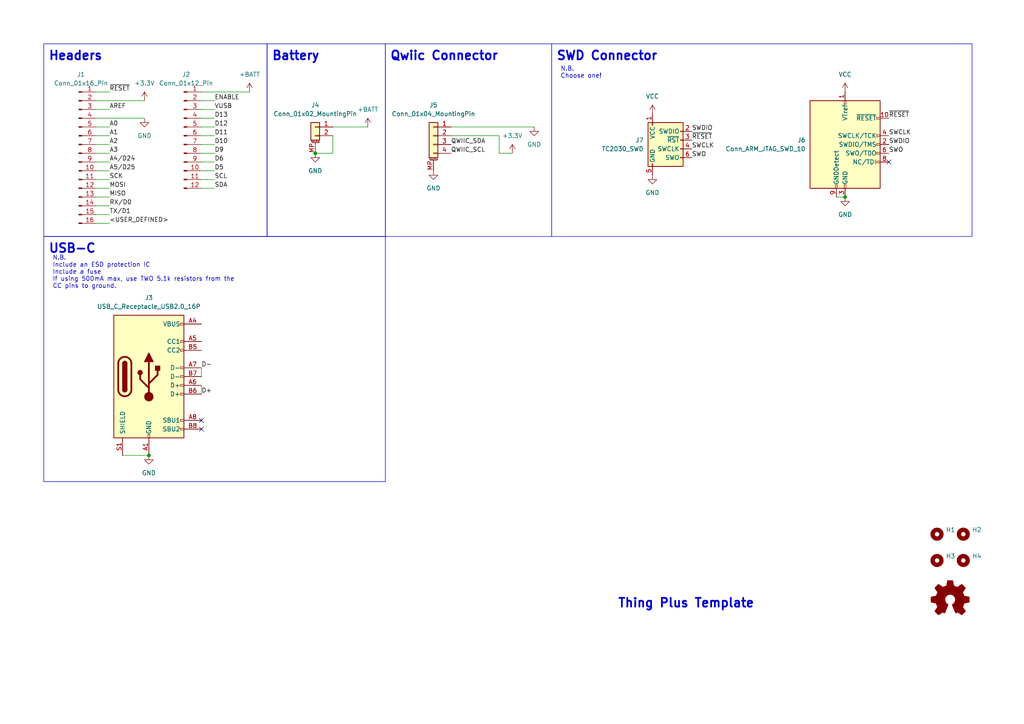
<source format=kicad_sch>
(kicad_sch (version 20230121) (generator eeschema)
  (paper "A4")
  (title_block (title "Thing Plus/Feather") (date "2024-02-21") (rev "0.0.1"))
  (lib_symbols
    (symbol "Connector:Conn_01x12_Pin" (pin_names (offset 1.016) hide)
      (property "Reference" "J" (at 0 15.24 0))
      (property "Value" "Conn_01x12_Pin" (at 0 -17.78 0))
      (symbol "Conn_01x12_Pin_1_1"
        (polyline (pts (xy 1.27 -15.24) (xy 0.8636 -15.24)) (stroke (width 0.1524)))
        (polyline (pts (xy 1.27 -12.7) (xy 0.8636 -12.7)) (stroke (width 0.1524)))
        (polyline (pts (xy 1.27 -10.16) (xy 0.8636 -10.16)) (stroke (width 0.1524)))
        (polyline (pts (xy 1.27 -7.62) (xy 0.8636 -7.62)) (stroke (width 0.1524)))
        (polyline (pts (xy 1.27 -5.08) (xy 0.8636 -5.08)) (stroke (width 0.1524)))
        (polyline (pts (xy 1.27 -2.54) (xy 0.8636 -2.54)) (stroke (width 0.1524)))
        (polyline (pts (xy 1.27 0) (xy 0.8636 0)) (stroke (width 0.1524)))
        (polyline (pts (xy 1.27 2.54) (xy 0.8636 2.54)) (stroke (width 0.1524)))
        (polyline (pts (xy 1.27 5.08) (xy 0.8636 5.08)) (stroke (width 0.1524)))
        (polyline (pts (xy 1.27 7.62) (xy 0.8636 7.62)) (stroke (width 0.1524)))
        (polyline (pts (xy 1.27 10.16) (xy 0.8636 10.16)) (stroke (width 0.1524)))
        (polyline (pts (xy 1.27 12.7) (xy 0.8636 12.7)) (stroke (width 0.1524)))
        (rectangle (start 0.8636 -15.113) (end 0 -15.367) (stroke (width 0.1524)) (fill (type outline)))
        (rectangle (start 0.8636 -12.573) (end 0 -12.827) (stroke (width 0.1524)) (fill (type outline)))
        (rectangle (start 0.8636 -10.033) (end 0 -10.287) (stroke (width 0.1524)) (fill (type outline)))
        (rectangle (start 0.8636 -7.493) (end 0 -7.747) (stroke (width 0.1524)) (fill (type outline)))
        (rectangle (start 0.8636 -4.953) (end 0 -5.207) (stroke (width 0.1524)) (fill (type outline)))
        (rectangle (start 0.8636 -2.413) (end 0 -2.667) (stroke (width 0.1524)) (fill (type outline)))
        (rectangle (start 0.8636 0.127) (end 0 -0.127) (stroke (width 0.1524)) (fill (type outline)))
        (rectangle (start 0.8636 2.667) (end 0 2.413) (stroke (width 0.1524)) (fill (type outline)))
        (rectangle (start 0.8636 5.207) (end 0 4.953) (stroke (width 0.1524)) (fill (type outline)))
        (rectangle (start 0.8636 7.747) (end 0 7.493) (stroke (width 0.1524)) (fill (type outline)))
        (rectangle (start 0.8636 10.287) (end 0 10.033) (stroke (width 0.1524)) (fill (type outline)))
        (rectangle (start 0.8636 12.827) (end 0 12.573) (stroke (width 0.1524)) (fill (type outline)))
        (pin passive line (at 5.08 12.7 180) (length 3.81) (name "Pin_1") (number "1"))
        (pin passive line (at 5.08 -10.16 180) (length 3.81) (name "Pin_10") (number "10"))
        (pin passive line (at 5.08 -12.7 180) (length 3.81) (name "Pin_11") (number "11"))
        (pin passive line (at 5.08 -15.24 180) (length 3.81) (name "Pin_12") (number "12"))
        (pin passive line (at 5.08 10.16 180) (length 3.81) (name "Pin_2") (number "2"))
        (pin passive line (at 5.08 7.62 180) (length 3.81) (name "Pin_3") (number "3"))
        (pin passive line (at 5.08 5.08 180) (length 3.81) (name "Pin_4") (number "4"))
        (pin passive line (at 5.08 2.54 180) (length 3.81) (name "Pin_5") (number "5"))
        (pin passive line (at 5.08 0 180) (length 3.81) (name "Pin_6") (number "6"))
        (pin passive line (at 5.08 -2.54 180) (length 3.81) (name "Pin_7") (number "7"))
        (pin passive line (at 5.08 -5.08 180) (length 3.81) (name "Pin_8") (number "8"))
        (pin passive line (at 5.08 -7.62 180) (length 3.81) (name "Pin_9") (number "9"))
      )
    )
    (symbol "Connector:Conn_01x16_Pin" (pin_names (offset 1.016) hide)
      (property "Reference" "J" (at 0 20.32 0))
      (property "Value" "Conn_01x16_Pin" (at 0 -22.86 0))
      (symbol "Conn_01x16_Pin_1_1"
        (polyline (pts (xy 1.27 -20.32) (xy 0.8636 -20.32)) (stroke (width 0.1524)))
        (polyline (pts (xy 1.27 -17.78) (xy 0.8636 -17.78)) (stroke (width 0.1524)))
        (polyline (pts (xy 1.27 -15.24) (xy 0.8636 -15.24)) (stroke (width 0.1524)))
        (polyline (pts (xy 1.27 -12.7) (xy 0.8636 -12.7)) (stroke (width 0.1524)))
        (polyline (pts (xy 1.27 -10.16) (xy 0.8636 -10.16)) (stroke (width 0.1524)))
        (polyline (pts (xy 1.27 -7.62) (xy 0.8636 -7.62)) (stroke (width 0.1524)))
        (polyline (pts (xy 1.27 -5.08) (xy 0.8636 -5.08)) (stroke (width 0.1524)))
        (polyline (pts (xy 1.27 -2.54) (xy 0.8636 -2.54)) (stroke (width 0.1524)))
        (polyline (pts (xy 1.27 0) (xy 0.8636 0)) (stroke (width 0.1524)))
        (polyline (pts (xy 1.27 2.54) (xy 0.8636 2.54)) (stroke (width 0.1524)))
        (polyline (pts (xy 1.27 5.08) (xy 0.8636 5.08)) (stroke (width 0.1524)))
        (polyline (pts (xy 1.27 7.62) (xy 0.8636 7.62)) (stroke (width 0.1524)))
        (polyline (pts (xy 1.27 10.16) (xy 0.8636 10.16)) (stroke (width 0.1524)))
        (polyline (pts (xy 1.27 12.7) (xy 0.8636 12.7)) (stroke (width 0.1524)))
        (polyline (pts (xy 1.27 15.24) (xy 0.8636 15.24)) (stroke (width 0.1524)))
        (polyline (pts (xy 1.27 17.78) (xy 0.8636 17.78)) (stroke (width 0.1524)))
        (rectangle (start 0.8636 -20.193) (end 0 -20.447) (stroke (width 0.1524)) (fill (type outline)))
        (rectangle (start 0.8636 -17.653) (end 0 -17.907) (stroke (width 0.1524)) (fill (type outline)))
        (rectangle (start 0.8636 -15.113) (end 0 -15.367) (stroke (width 0.1524)) (fill (type outline)))
        (rectangle (start 0.8636 -12.573) (end 0 -12.827) (stroke (width 0.1524)) (fill (type outline)))
        (rectangle (start 0.8636 -10.033) (end 0 -10.287) (stroke (width 0.1524)) (fill (type outline)))
        (rectangle (start 0.8636 -7.493) (end 0 -7.747) (stroke (width 0.1524)) (fill (type outline)))
        (rectangle (start 0.8636 -4.953) (end 0 -5.207) (stroke (width 0.1524)) (fill (type outline)))
        (rectangle (start 0.8636 -2.413) (end 0 -2.667) (stroke (width 0.1524)) (fill (type outline)))
        (rectangle (start 0.8636 0.127) (end 0 -0.127) (stroke (width 0.1524)) (fill (type outline)))
        (rectangle (start 0.8636 2.667) (end 0 2.413) (stroke (width 0.1524)) (fill (type outline)))
        (rectangle (start 0.8636 5.207) (end 0 4.953) (stroke (width 0.1524)) (fill (type outline)))
        (rectangle (start 0.8636 7.747) (end 0 7.493) (stroke (width 0.1524)) (fill (type outline)))
        (rectangle (start 0.8636 10.287) (end 0 10.033) (stroke (width 0.1524)) (fill (type outline)))
        (rectangle (start 0.8636 12.827) (end 0 12.573) (stroke (width 0.1524)) (fill (type outline)))
        (rectangle (start 0.8636 15.367) (end 0 15.113) (stroke (width 0.1524)) (fill (type outline)))
        (rectangle (start 0.8636 17.907) (end 0 17.653) (stroke (width 0.1524)) (fill (type outline)))
        (pin passive line (at 5.08 17.78 180) (length 3.81) (name "Pin_1") (number "1"))
        (pin passive line (at 5.08 -5.08 180) (length 3.81) (name "Pin_10") (number "10"))
        (pin passive line (at 5.08 -7.62 180) (length 3.81) (name "Pin_11") (number "11"))
        (pin passive line (at 5.08 -10.16 180) (length 3.81) (name "Pin_12") (number "12"))
        (pin passive line (at 5.08 -12.7 180) (length 3.81) (name "Pin_13") (number "13"))
        (pin passive line (at 5.08 -15.24 180) (length 3.81) (name "Pin_14") (number "14"))
        (pin passive line (at 5.08 -17.78 180) (length 3.81) (name "Pin_15") (number "15"))
        (pin passive line (at 5.08 -20.32 180) (length 3.81) (name "Pin_16") (number "16"))
        (pin passive line (at 5.08 15.24 180) (length 3.81) (name "Pin_2") (number "2"))
        (pin passive line (at 5.08 12.7 180) (length 3.81) (name "Pin_3") (number "3"))
        (pin passive line (at 5.08 10.16 180) (length 3.81) (name "Pin_4") (number "4"))
        (pin passive line (at 5.08 7.62 180) (length 3.81) (name "Pin_5") (number "5"))
        (pin passive line (at 5.08 5.08 180) (length 3.81) (name "Pin_6") (number "6"))
        (pin passive line (at 5.08 2.54 180) (length 3.81) (name "Pin_7") (number "7"))
        (pin passive line (at 5.08 0 180) (length 3.81) (name "Pin_8") (number "8"))
        (pin passive line (at 5.08 -2.54 180) (length 3.81) (name "Pin_9") (number "9"))
      )
    )
    (symbol "Connector:Conn_ARM_JTAG_SWD_10" (pin_names (offset 1.016))
      (property "Reference" "J" (at -2.54 16.51 0))
      (property "Value" "Conn_ARM_JTAG_SWD_10" (at -2.54 13.97 0))
      (symbol "Conn_ARM_JTAG_SWD_10_0_1"
        (rectangle (start -10.16 12.7) (end 10.16 -12.7) (stroke (width 0.254)) (fill (type background)))
        (rectangle (start -2.794 -12.7) (end -2.286 -11.684))
        (rectangle (start -0.254 -12.7) (end 0.254 -11.684))
        (rectangle (start -0.254 12.7) (end 0.254 11.684))
        (rectangle (start 9.144 2.286) (end 10.16 2.794))
        (rectangle (start 10.16 -2.794) (end 9.144 -2.286))
        (rectangle (start 10.16 -0.254) (end 9.144 0.254))
        (rectangle (start 10.16 7.874) (end 9.144 7.366))
      )
      (symbol "Conn_ARM_JTAG_SWD_10_1_1"
        (rectangle (start 9.144 -5.334) (end 10.16 -4.826))
        (pin power_in line (at 0 15.24 270) (length 2.54) (name "VTref") (number "1"))
        (pin open_collector line (at 12.7 7.62 180) (length 2.54) (name "~{RESET}") (number "10"))
        (pin bidirectional line (at 12.7 0 180) (length 2.54) (name "SWDIO/TMS") (number "2"))
        (pin power_in line (at 0 -15.24 90) (length 2.54) (name "GND") (number "3"))
        (pin output line (at 12.7 2.54 180) (length 2.54) (name "SWCLK/TCK") (number "4"))
        (pin passive line (at 0 -15.24 90) (length 2.54) hide (name "GND") (number "5"))
        (pin input line (at 12.7 -2.54 180) (length 2.54) (name "SWO/TDO") (number "6"))
        (pin no_connect line (at -10.16 0 0) (length 2.54) hide (name "KEY") (number "7"))
        (pin output line (at 12.7 -5.08 180) (length 2.54) (name "NC/TDI") (number "8"))
        (pin passive line (at -2.54 -15.24 90) (length 2.54) (name "GNDDetect") (number "9"))
      )
    )
    (symbol "Connector:USB_C_Receptacle_USB2.0_16P" (pin_names (offset 1.016))
      (property "Reference" "J" (at 0 22.225 0))
      (property "Value" "USB_C_Receptacle_USB2.0_16P" (at 0 19.685 0))
      (symbol "USB_C_Receptacle_USB2.0_16P_0_0"
        (rectangle (start -0.254 -17.78) (end 0.254 -16.764))
        (rectangle (start 10.16 -14.986) (end 9.144 -15.494))
        (rectangle (start 10.16 -12.446) (end 9.144 -12.954))
        (rectangle (start 10.16 -4.826) (end 9.144 -5.334))
        (rectangle (start 10.16 -2.286) (end 9.144 -2.794))
        (rectangle (start 10.16 0.254) (end 9.144 -0.254))
        (rectangle (start 10.16 2.794) (end 9.144 2.286))
        (rectangle (start 10.16 7.874) (end 9.144 7.366))
        (rectangle (start 10.16 10.414) (end 9.144 9.906))
        (rectangle (start 10.16 15.494) (end 9.144 14.986))
      )
      (symbol "USB_C_Receptacle_USB2.0_16P_0_1"
        (rectangle (start -10.16 17.78) (end 10.16 -17.78) (stroke (width 0.254)) (fill (type background)))
        (arc (start -8.89 -3.81) (mid -6.985 -5.7067) (end -5.08 -3.81) (stroke (width 0.508)))
        (arc (start -7.62 -3.81) (mid -6.985 -4.4423) (end -6.35 -3.81) (stroke (width 0.254)))
        (arc (start -7.62 -3.81) (mid -6.985 -4.4423) (end -6.35 -3.81) (stroke (width 0.254)) (fill (type outline)))
        (rectangle (start -7.62 -3.81) (end -6.35 3.81) (stroke (width 0.254)) (fill (type outline)))
        (arc (start -6.35 3.81) (mid -6.985 4.4423) (end -7.62 3.81) (stroke (width 0.254)))
        (arc (start -6.35 3.81) (mid -6.985 4.4423) (end -7.62 3.81) (stroke (width 0.254)) (fill (type outline)))
        (arc (start -5.08 3.81) (mid -6.985 5.7067) (end -8.89 3.81) (stroke (width 0.508)))
        (circle (center -2.54 1.143) (radius 0.635) (stroke (width 0.254)) (fill (type outline)))
        (circle (center 0 -5.842) (radius 1.27) (fill (type outline)))
        (polyline (pts (xy -8.89 -3.81) (xy -8.89 3.81)) (stroke (width 0.508)))
        (polyline (pts (xy -5.08 3.81) (xy -5.08 -3.81)) (stroke (width 0.508)))
        (polyline (pts (xy 0 -5.842) (xy 0 4.318)) (stroke (width 0.508)))
        (polyline (pts (xy 0 -3.302) (xy -2.54 -0.762) (xy -2.54 0.508)) (stroke (width 0.508)))
        (polyline (pts (xy 0 -2.032) (xy 2.54 0.508) (xy 2.54 1.778)) (stroke (width 0.508)))
        (polyline (pts (xy -1.27 4.318) (xy 0 6.858) (xy 1.27 4.318) (xy -1.27 4.318)) (stroke (width 0.254)) (fill (type outline)))
        (rectangle (start 1.905 1.778) (end 3.175 3.048) (stroke (width 0.254)) (fill (type outline)))
      )
      (symbol "USB_C_Receptacle_USB2.0_16P_1_1"
        (pin passive line (at 0 -22.86 90) (length 5.08) (name "GND") (number "A1"))
        (pin passive line (at 0 -22.86 90) (length 5.08) hide (name "GND") (number "A12"))
        (pin passive line (at 15.24 15.24 180) (length 5.08) (name "VBUS") (number "A4"))
        (pin bidirectional line (at 15.24 10.16 180) (length 5.08) (name "CC1") (number "A5"))
        (pin bidirectional line (at 15.24 -2.54 180) (length 5.08) (name "D+") (number "A6"))
        (pin bidirectional line (at 15.24 2.54 180) (length 5.08) (name "D-") (number "A7"))
        (pin bidirectional line (at 15.24 -12.7 180) (length 5.08) (name "SBU1") (number "A8"))
        (pin passive line (at 15.24 15.24 180) (length 5.08) hide (name "VBUS") (number "A9"))
        (pin passive line (at 0 -22.86 90) (length 5.08) hide (name "GND") (number "B1"))
        (pin passive line (at 0 -22.86 90) (length 5.08) hide (name "GND") (number "B12"))
        (pin passive line (at 15.24 15.24 180) (length 5.08) hide (name "VBUS") (number "B4"))
        (pin bidirectional line (at 15.24 7.62 180) (length 5.08) (name "CC2") (number "B5"))
        (pin bidirectional line (at 15.24 -5.08 180) (length 5.08) (name "D+") (number "B6"))
        (pin bidirectional line (at 15.24 0 180) (length 5.08) (name "D-") (number "B7"))
        (pin bidirectional line (at 15.24 -15.24 180) (length 5.08) (name "SBU2") (number "B8"))
        (pin passive line (at 15.24 15.24 180) (length 5.08) hide (name "VBUS") (number "B9"))
        (pin passive line (at -7.62 -22.86 90) (length 5.08) (name "SHIELD") (number "S1"))
      )
    )
    (symbol "Connector_Generic_MountingPin:Conn_01x02_MountingPin" (pin_names (offset 1.016) hide)
      (property "Reference" "J" (at 0 2.54 0))
      (property "Value" "Conn_01x02_MountingPin" (at 1.27 -5.08 0))
      (symbol "Conn_01x02_MountingPin_1_1"
        (rectangle (start -1.27 -2.413) (end 0 -2.667) (stroke (width 0.1524)))
        (rectangle (start -1.27 0.127) (end 0 -0.127) (stroke (width 0.1524)))
        (rectangle (start -1.27 1.27) (end 1.27 -3.81) (stroke (width 0.254)) (fill (type background)))
        (polyline (pts (xy -1.016 -4.572) (xy 1.016 -4.572)) (stroke (width 0.1524)))
        (text "Mounting" (at 0 -4.191 0) (effects (font (size 0.381 0.381))))
        (pin passive line (at -5.08 0 0) (length 3.81) (name "Pin_1") (number "1"))
        (pin passive line (at -5.08 -2.54 0) (length 3.81) (name "Pin_2") (number "2"))
        (pin passive line (at 0 -7.62 90) (length 3.048) (name "MountPin") (number "MP"))
      )
    )
    (symbol "Connector_Generic_MountingPin:Conn_01x04_MountingPin" (pin_names (offset 1.016) hide)
      (property "Reference" "J" (at 0 5.08 0))
      (property "Value" "Conn_01x04_MountingPin" (at 1.27 -7.62 0))
      (symbol "Conn_01x04_MountingPin_1_1"
        (rectangle (start -1.27 -4.953) (end 0 -5.207) (stroke (width 0.1524)))
        (rectangle (start -1.27 -2.413) (end 0 -2.667) (stroke (width 0.1524)))
        (rectangle (start -1.27 0.127) (end 0 -0.127) (stroke (width 0.1524)))
        (rectangle (start -1.27 2.667) (end 0 2.413) (stroke (width 0.1524)))
        (rectangle (start -1.27 3.81) (end 1.27 -6.35) (stroke (width 0.254)) (fill (type background)))
        (polyline (pts (xy -1.016 -7.112) (xy 1.016 -7.112)) (stroke (width 0.1524)))
        (text "Mounting" (at 0 -6.731 0) (effects (font (size 0.381 0.381))))
        (pin passive line (at -5.08 2.54 0) (length 3.81) (name "Pin_1") (number "1"))
        (pin passive line (at -5.08 0 0) (length 3.81) (name "Pin_2") (number "2"))
        (pin passive line (at -5.08 -2.54 0) (length 3.81) (name "Pin_3") (number "3"))
        (pin passive line (at -5.08 -5.08 0) (length 3.81) (name "Pin_4") (number "4"))
        (pin passive line (at 0 -10.16 90) (length 3.048) (name "MountPin") (number "MP"))
      )
    )
    (symbol "Graphic:Logo_Open_Hardware_Small" (in_bom no) (on_board no)
      (symbol "Logo_Open_Hardware_Small_0_1"
        (polyline (pts (xy 3.3528 -4.3434) (xy 3.302 -4.318) (xy 3.175 -4.2418) (xy 2.9972 -4.1148) (xy 2.7686 -3.9624) (xy 2.54 -3.81) (xy 2.3622 -3.7084) (xy 2.2352 -3.6068) (xy 2.1844 -3.5814) (xy 2.159 -3.6068) (xy 2.0574 -3.6576) (xy 1.905 -3.7338) (xy 1.8034 -3.7846) (xy 1.6764 -3.8354) (xy 1.6002 -3.8354) (xy 1.6002 -3.8354) (xy 1.5494 -3.7338) (xy 1.4732 -3.5306) (xy 1.3462 -3.302) (xy 1.2446 -3.0226) (xy 1.1176 -2.7178) (xy 0.9652 -2.413) (xy 0.8636 -2.1082) (xy 0.7366 -1.8288) (xy 0.6604 -1.6256) (xy 0.6096 -1.4732) (xy 0.5842 -1.397) (xy 0.5842 -1.397) (xy 0.6604 -1.3208) (xy 0.7874 -1.2446) (xy 1.0414 -1.016) (xy 1.2954 -0.6858) (xy 1.4478 -0.3302) (xy 1.524 0.0762) (xy 1.4732 0.4572) (xy 1.3208 0.8128) (xy 1.0668 1.143) (xy 0.762 1.3716) (xy 0.4064 1.524) (xy 0 1.5748) (xy -0.381 1.5494) (xy -0.7366 1.397) (xy -1.0668 1.143) (xy -1.2192 0.9906) (xy -1.397 0.6604) (xy -1.524 0.3048) (xy -1.524 0.2286) (xy -1.4986 -0.1778) (xy -1.397 -0.5334) (xy -1.1938 -0.8636) (xy -0.9144 -1.143) (xy -0.8636 -1.1684) (xy -0.7366 -1.27) (xy -0.635 -1.3462) (xy -0.5842 -1.397) (xy -1.0668 -2.5908) (xy -1.143 -2.794) (xy -1.2954 -3.1242) (xy -1.397 -3.4036) (xy -1.4986 -3.6322) (xy -1.5748 -3.7846) (xy -1.6002 -3.8354) (xy -1.6002 -3.8354) (xy -1.651 -3.8354) (xy -1.7272 -3.81) (xy -1.905 -3.7338) (xy -2.0066 -3.683) (xy -2.1336 -3.6068) (xy -2.2098 -3.5814) (xy -2.2606 -3.6068) (xy -2.3622 -3.683) (xy -2.54 -3.81) (xy -2.7686 -3.9624) (xy -2.9718 -4.0894) (xy -3.1496 -4.2164) (xy -3.302 -4.318) (xy -3.3528 -4.3434) (xy -3.3782 -4.3434) (xy -3.429 -4.318) (xy -3.5306 -4.2164) (xy -3.7084 -4.064) (xy -3.937 -3.8354) (xy -3.9624 -3.81) (xy -4.1656 -3.6068) (xy -4.318 -3.4544) (xy -4.4196 -3.3274) (xy -4.445 -3.2766) (xy -4.445 -3.2766) (xy -4.4196 -3.2258) (xy -4.318 -3.0734) (xy -4.2164 -2.8956) (xy -4.064 -2.667) (xy -3.6576 -2.0828) (xy -3.8862 -1.5494) (xy -3.937 -1.3716) (xy -4.0386 -1.1684) (xy -4.0894 -1.0414) (xy -4.1148 -0.9652) (xy -4.191 -0.9398) (xy -4.318 -0.9144) (xy -4.5466 -0.8636) (xy -4.8006 -0.8128) (xy -5.0546 -0.7874) (xy -5.2578 -0.7366) (xy -5.4356 -0.7112) (xy -5.5118 -0.6858) (xy -5.5118 -0.6858) (xy -5.5372 -0.635) (xy -5.5372 -0.5588) (xy -5.5372 -0.4318) (xy -5.5626 -0.2286) (xy -5.5626 0.0762) (xy -5.5626 0.127) (xy -5.5372 0.4064) (xy -5.5372 0.635) (xy -5.5372 0.762) (xy -5.5372 0.8382) (xy -5.5372 0.8382) (xy -5.461 0.8382) (xy -5.3086 0.889) (xy -5.08 0.9144) (xy -4.826 0.9652) (xy -4.8006 0.9906) (xy -4.5466 1.0414) (xy -4.318 1.0668) (xy -4.1656 1.1176) (xy -4.0894 1.143) (xy -4.0894 1.143) (xy -4.0386 1.2446) (xy -3.9624 1.4224) (xy -3.8608 1.6256) (xy -3.7846 1.8288) (xy -3.7084 2.0066) (xy -3.6576 2.159) (xy -3.6322 2.2098) (xy -3.6322 2.2098) (xy -3.683 2.286) (xy -3.7592 2.413) (xy -3.8862 2.5908) (xy -4.064 2.8194) (xy -4.064 2.8448) (xy -4.2164 3.0734) (xy -4.3434 3.2512) (xy -4.4196 3.3782) (xy -4.445 3.4544) (xy -4.445 3.4544) (xy -4.3942 3.5052) (xy -4.2926 3.6322) (xy -4.1148 3.81) (xy -3.937 4.0132) (xy -3.8608 4.064) (xy -3.6576 4.2926) (xy -3.5052 4.4196) (xy -3.4036 4.4958) (xy -3.3528 4.5212) (xy -3.3528 4.5212) (xy -3.302 4.4704) (xy -3.1496 4.3688) (xy -2.9718 4.2418) (xy -2.7432 4.0894) (xy -2.7178 4.0894) (xy -2.4892 3.937) (xy -2.3114 3.81) (xy -2.1844 3.7084) (xy -2.1336 3.683) (xy -2.1082 3.683) (xy -2.032 3.7084) (xy -1.8542 3.7592) (xy -1.6764 3.8354) (xy -1.4732 3.937) (xy -1.27 4.0132) (xy -1.143 4.064) (xy -1.0668 4.1148) (xy -1.0668 4.1148) (xy -1.0414 4.191) (xy -1.016 4.3434) (xy -0.9652 4.572) (xy -0.9144 4.8514) (xy -0.889 4.9022) (xy -0.8382 5.1562) (xy -0.8128 5.3848) (xy -0.7874 5.5372) (xy -0.762 5.588) (xy -0.7112 5.6134) (xy -0.5842 5.6134) (xy -0.4064 5.6134) (xy -0.1524 5.6134) (xy 0.0762 5.6134) (xy 0.3302 5.6134) (xy 0.5334 5.6134) (xy 0.6858 5.588) (xy 0.7366 5.588) (xy 0.7366 5.588) (xy 0.762 5.5118) (xy 0.8128 5.334) (xy 0.8382 5.1054) (xy 0.9144 4.826) (xy 0.9144 4.7752) (xy 0.9652 4.5212) (xy 1.016 4.2926) (xy 1.0414 4.1402) (xy 1.0668 4.0894) (xy 1.0668 4.0894) (xy 1.1938 4.0386) (xy 1.3716 3.9624) (xy 1.5748 3.8608) (xy 2.0828 3.6576) (xy 2.7178 4.0894) (xy 2.7686 4.1402) (xy 2.9972 4.2926) (xy 3.175 4.4196) (xy 3.302 4.4958) (xy 3.3782 4.5212) (xy 3.3782 4.5212) (xy 3.429 4.4704) (xy 3.556 4.3434) (xy 3.7338 4.191) (xy 3.9116 3.9878) (xy 4.064 3.8354) (xy 4.2418 3.6576) (xy 4.3434 3.556) (xy 4.4196 3.4798) (xy 4.4196 3.429) (xy 4.4196 3.4036) (xy 4.3942 3.3274) (xy 4.2926 3.2004) (xy 4.1656 2.9972) (xy 4.0132 2.794) (xy 3.8862 2.5908) (xy 3.7592 2.3876) (xy 3.6576 2.2352) (xy 3.6322 2.159) (xy 3.6322 2.1336) (xy 3.683 2.0066) (xy 3.7592 1.8288) (xy 3.8608 1.6002) (xy 4.064 1.1176) (xy 4.3942 1.0414) (xy 4.5974 1.016) (xy 4.8768 0.9652) (xy 5.1308 0.9144) (xy 5.5372 0.8382) (xy 5.5626 -0.6604) (xy 5.4864 -0.6858) (xy 5.4356 -0.6858) (xy 5.2832 -0.7366) (xy 5.0546 -0.762) (xy 4.8006 -0.8128) (xy 4.5974 -0.8636) (xy 4.3688 -0.9144) (xy 4.2164 -0.9398) (xy 4.1402 -0.9398) (xy 4.1148 -0.9652) (xy 4.064 -1.0668) (xy 3.9878 -1.2446) (xy 3.9116 -1.4478) (xy 3.81 -1.651) (xy 3.7338 -1.8542) (xy 3.683 -2.0066) (xy 3.6576 -2.0828) (xy 3.683 -2.1336) (xy 3.7846 -2.2606) (xy 3.8862 -2.4638) (xy 4.0386 -2.667) (xy 4.191 -2.8956) (xy 4.318 -3.0734) (xy 4.3942 -3.2004) (xy 4.445 -3.2766) (xy 4.4196 -3.3274) (xy 4.3434 -3.429) (xy 4.1656 -3.5814) (xy 3.937 -3.8354) (xy 3.8862 -3.8608) (xy 3.683 -4.064) (xy 3.5306 -4.2164) (xy 3.4036 -4.318) (xy 3.3528 -4.3434)) (fill (type outline)))
      )
    )
    (symbol "Mechanical:MountingHole" (pin_names (offset 1.016))
      (property "Reference" "H" (at 0 5.08 0))
      (property "Value" "MountingHole" (at 0 3.175 0))
      (symbol "MountingHole_0_1"
        (circle (center 0 0) (radius 1.27) (stroke (width 1.27)))
      )
    )
    (symbol "PCM_marbastlib-various:TC2030_SWD" (pin_names (offset 1.016))
      (property "Reference" "J" (at -3.81 -6.35 0))
      (property "Value" "TC2030_SWD" (at -10.16 8.89 0))
      (symbol "TC2030_SWD_0_1"
        (rectangle (start -3.81 7.62) (end 6.35 -5.08) (stroke (width 0.254)) (fill (type background)))
        (rectangle (start -3.048 -2.667) (end -3.81 -2.413))
        (rectangle (start -3.048 -0.127) (end -3.81 0.127))
        (rectangle (start -3.048 2.413) (end -3.81 2.667))
        (rectangle (start -3.048 4.953) (end -3.81 5.207))
        (rectangle (start 4.953 -5.08) (end 5.207 -4.318))
        (rectangle (start 4.953 6.858) (end 5.207 7.62))
      )
      (symbol "TC2030_SWD_1_1"
        (pin passive line (at 5.08 10.16 270) (length 2.54) (name "VCC") (number "1"))
        (pin passive line (at -6.35 5.08 0) (length 2.54) (name "SWDIO") (number "2"))
        (pin passive line (at -6.35 2.54 0) (length 2.54) (name "~{RST}") (number "3"))
        (pin passive line (at -6.35 0 0) (length 2.54) (name "SWCLK") (number "4"))
        (pin passive line (at 5.08 -7.62 90) (length 2.54) (name "GND") (number "5"))
        (pin passive line (at -6.35 -2.54 0) (length 2.54) (name "SWO") (number "6"))
      )
    )
    (symbol "power:+3.3V" (power) (pin_names (offset 0))
      (property "Value" "+3.3V" (at 0 3.556 0))
      (symbol "+3.3V_0_1"
        (polyline (pts (xy -0.762 1.27) (xy 0 2.54)))
        (polyline (pts (xy 0 0) (xy 0 2.54)))
        (polyline (pts (xy 0 2.54) (xy 0.762 1.27)))
      )
      (symbol "+3.3V_1_1"
        (pin power_in line (at 0 0 90) (length 0) hide (name "+3.3V") (number "1"))
      )
    )
    (symbol "power:+BATT" (power) (pin_names (offset 0))
      (property "Value" "+BATT" (at 0 3.556 0))
      (symbol "+BATT_0_1"
        (polyline (pts (xy -0.762 1.27) (xy 0 2.54)))
        (polyline (pts (xy 0 0) (xy 0 2.54)))
        (polyline (pts (xy 0 2.54) (xy 0.762 1.27)))
      )
      (symbol "+BATT_1_1"
        (pin power_in line (at 0 0 90) (length 0) hide (name "+BATT") (number "1"))
      )
    )
    (symbol "power:GND" (power) (pin_names (offset 0))
      (property "Value" "GND" (at 0 -3.81 0))
      (symbol "GND_0_1"
        (polyline (pts (xy 0 0) (xy 0 -1.27) (xy 1.27 -1.27) (xy 0 -2.54) (xy -1.27 -1.27) (xy 0 -1.27)))
      )
      (symbol "GND_1_1"
        (pin power_in line (at 0 0 270) (length 0) hide (name "GND") (number "1"))
      )
    )
    (symbol "power:VCC" (power) (pin_names (offset 0))
      (property "Value" "VCC" (at 0 3.81 0))
      (symbol "VCC_0_1"
        (polyline (pts (xy -0.762 1.27) (xy 0 2.54)))
        (polyline (pts (xy 0 0) (xy 0 2.54)))
        (polyline (pts (xy 0 2.54) (xy 0.762 1.27)))
      )
      (symbol "VCC_1_1"
        (pin power_in line (at 0 0 90) (length 0) hide (name "VCC") (number "1"))
      )
    )
  )
  (junction (at 43.18 132.08))
  (junction (at 245.11 57.15))
  (junction (at 91.44 44.45))
  (no_connect (at 58.42 121.92))
  (no_connect (at 58.42 124.46))
  (no_connect (at 257.81 46.99))
  (wire (pts (xy 62.23 54.61) (xy 58.42 54.61)))
  (wire (pts (xy 31.75 49.53) (xy 27.94 49.53)))
  (wire (pts (xy 27.94 29.21) (xy 41.91 29.21)))
  (wire (pts (xy 62.23 34.29) (xy 58.42 34.29)))
  (wire (pts (xy 62.23 31.75) (xy 58.42 31.75)))
  (wire (pts (xy 31.75 59.69) (xy 27.94 59.69)))
  (wire (pts (xy 31.75 41.91) (xy 27.94 41.91)))
  (wire (pts (xy 62.23 52.07) (xy 58.42 52.07)))
  (wire (pts (xy 31.75 62.23) (xy 27.94 62.23)))
  (wire (pts (xy 31.75 57.15) (xy 27.94 57.15)))
  (wire (pts (xy 27.94 34.29) (xy 41.91 34.29)))
  (wire (pts (xy 31.75 52.07) (xy 27.94 52.07)))
  (wire (pts (xy 31.75 36.83) (xy 27.94 36.83)))
  (wire (pts (xy 62.23 46.99) (xy 58.42 46.99)))
  (wire (pts (xy 96.52 39.37) (xy 96.52 44.45)))
  (wire (pts (xy 130.81 39.37) (xy 144.78 39.37)))
  (wire (pts (xy 96.52 44.45) (xy 91.44 44.45)))
  (wire (pts (xy 62.23 36.83) (xy 58.42 36.83)))
  (wire (pts (xy 31.75 31.75) (xy 27.94 31.75)))
  (wire (pts (xy 62.23 29.21) (xy 58.42 29.21)))
  (wire (pts (xy 58.42 26.67) (xy 72.39 26.67)))
  (wire (pts (xy 31.75 44.45) (xy 27.94 44.45)))
  (wire (pts (xy 130.81 36.83) (xy 154.94 36.83)))
  (wire (pts (xy 31.75 54.61) (xy 27.94 54.61)))
  (wire (pts (xy 62.23 41.91) (xy 58.42 41.91)))
  (wire (pts (xy 27.94 64.77) (xy 31.75 64.77)))
  (wire (pts (xy 58.42 111.76) (xy 58.42 114.3)))
  (wire (pts (xy 31.75 26.67) (xy 27.94 26.67)))
  (wire (pts (xy 242.57 57.15) (xy 245.11 57.15)))
  (wire (pts (xy 58.42 106.68) (xy 58.42 109.22)))
  (wire (pts (xy 35.56 132.08) (xy 43.18 132.08)))
  (wire (pts (xy 31.75 46.99) (xy 27.94 46.99)))
  (wire (pts (xy 148.59 44.45) (xy 144.78 44.45)))
  (wire (pts (xy 144.78 44.45) (xy 144.78 39.37)))
  (wire (pts (xy 62.23 39.37) (xy 58.42 39.37)))
  (wire (pts (xy 62.23 44.45) (xy 58.42 44.45)))
  (wire (pts (xy 96.52 36.83) (xy 106.68 36.83)))
  (wire (pts (xy 62.23 49.53) (xy 58.42 49.53)))
  (wire (pts (xy 31.75 39.37) (xy 27.94 39.37)))
  (rectangle (start 12.7 68.58) (end 111.76 139.7))
  (rectangle (start 111.76 12.7) (end 160.02 68.58))
  (rectangle (start 12.7 12.7) (end 77.47 68.58))
  (rectangle (start 77.47 12.7) (end 111.76 68.58))
  (rectangle (start 160.02 12.7) (end 281.94 68.58))
  (text "N.B.\nInclude an ESD protection IC\nInclude a fuse\nIf using 500mA max, use TWO 5.1k resistors from the\nCC pins to ground." (at 15.24 83.82 0) (effects (font (size 1.27 1.27)) (justify left bottom)))
  (text "SWD Connector" (at 161.29 17.78 0) (effects (font (size 2.54 2.54) (thickness 0.508) bold) (justify left bottom)))
  (text "Headers" (at 13.97 17.78 0) (effects (font (size 2.54 2.54) (thickness 0.508) bold) (justify left bottom)))
  (text "Qwiic Connector" (at 113.03 17.78 0) (effects (font (size 2.54 2.54) (thickness 0.508) bold) (justify left bottom)))
  (text "USB-C" (at 13.97 73.66 0) (effects (font (size 2.54 2.54) (thickness 0.508) bold) (justify left bottom)))
  (text "Thing Plus Template" (at 179.07 176.53 0) (effects (font (size 2.54 2.54) (thickness 0.508) bold) (justify left bottom)))
  (text "Battery" (at 78.74 17.78 0) (effects (font (size 2.54 2.54) (thickness 0.508) bold) (justify left bottom)))
  (text "N.B.\nChoose one!" (at 162.56 22.86 0) (effects (font (size 1.27 1.27)) (justify left bottom)))
  (label "D6" (at 62.23 46.99 0))
  (label "D+" (at 58.42 114.3 0))
  (label "TX{slash}D1" (at 31.75 62.23 0))
  (label "SCK" (at 31.75 52.07 0))
  (label "~{RESET}" (at 31.75 26.67 0))
  (label "D-" (at 58.42 106.68 0))
  (label "SWCLK" (at 200.66 43.18 0))
  (label "A2" (at 31.75 41.91 0))
  (label "MISO" (at 31.75 57.15 0))
  (label "A3" (at 31.75 44.45 0))
  (label "SWO" (at 200.66 45.72 0))
  (label "<USER_DEFINED>" (at 31.75 64.77 0))
  (label "D12" (at 62.23 36.83 0))
  (label "A1" (at 31.75 39.37 0))
  (label "SWO" (at 257.81 44.45 0))
  (label "QWIIC_SDA" (at 130.81 41.91 0))
  (label "VUSB" (at 62.23 31.75 0))
  (label "QWIIC_SCL" (at 130.81 44.45 0))
  (label "A4{slash}D24" (at 31.75 46.99 0))
  (label "A5{slash}D25" (at 31.75 49.53 0))
  (label "SCL" (at 62.23 52.07 0))
  (label "AREF" (at 31.75 31.75 0))
  (label "SDA" (at 62.23 54.61 0))
  (label "D10" (at 62.23 41.91 0))
  (label "D9" (at 62.23 44.45 0))
  (label "SWCLK" (at 257.81 39.37 0))
  (label "D11" (at 62.23 39.37 0))
  (label "~{RESET}" (at 200.66 40.64 0))
  (label "A0" (at 31.75 36.83 0))
  (label "SWDIO" (at 257.81 41.91 0))
  (label "MOSI" (at 31.75 54.61 0))
  (label "~{RESET}" (at 257.81 34.29 0))
  (label "ENABLE" (at 62.23 29.21 0))
  (label "D13" (at 62.23 34.29 0))
  (label "RX{slash}D0" (at 31.75 59.69 0))
  (label "D5" (at 62.23 49.53 0))
  (label "SWDIO" (at 200.66 38.1 0))
  (symbol (lib_id "Mechanical:MountingHole") (at 279.4 154.94 0) (unit 1)
    (property "Reference" "H2" (at 281.94 153.67 0) (effects (justify left)))
    (property "Value" "MountingHole" (effects hide))
    (property "Footprint" "MountingHole:MountingHole_2.5mm" (effects hide))
  )
  (symbol (lib_id "power:VCC") (at 189.23 33.02 0) (unit 1)
    (property "Reference" "#PWR010" (effects hide))
    (property "Value" "VCC" (at 189.23 27.94 0))
  )
  (symbol (lib_id "power:+BATT") (at 106.68 36.83 0) (unit 1)
    (property "Reference" "#PWR06" (effects hide))
    (property "Value" "+BATT" (at 106.68 31.75 0))
  )
  (symbol (lib_id "Graphic:Logo_Open_Hardware_Small") (at 275.59 173.99 0) (unit 1) (in_bom no) (on_board no)
    (property "Reference" "#SYM1" (effects hide))
    (property "Value" "Logo_Open_Hardware_Small" (effects hide))
    (property "Sim.Enable" "0" (effects hide))
  )
  (symbol (lib_id "power:GND") (at 125.73 49.53 0) (unit 1)
    (property "Reference" "#PWR05" (effects hide))
    (property "Value" "GND" (at 125.73 54.61 0))
  )
  (symbol (lib_id "PCM_marbastlib-various:TC2030_SWD") (at 194.31 43.18 0) (mirror y) (unit 1)
    (property "Reference" "J7" (at 186.69 40.64 0) (effects (justify left)))
    (property "Value" "TC2030_SWD" (at 186.69 43.18 0) (effects (justify left)))
    (property "Footprint" "PCM_marbastlib-various:CON_TC2030_outlined" (effects hide))
    (property "Datasheet" " ~" (effects hide))
  )
  (symbol (lib_id "Mechanical:MountingHole") (at 279.4 162.56 0) (unit 1)
    (property "Reference" "H4" (at 281.94 161.29 0) (effects (justify left)))
    (property "Value" "MountingHole" (effects hide))
    (property "Footprint" "MountingHole:MountingHole_2.5mm" (effects hide))
  )
  (symbol (lib_id "power:+3.3V") (at 148.59 44.45 0) (unit 1)
    (property "Reference" "#PWR03" (effects hide))
    (property "Value" "+3.3V" (at 148.59 39.37 0))
  )
  (symbol (lib_id "power:GND") (at 189.23 50.8 0) (unit 1)
    (property "Reference" "#PWR011" (effects hide))
    (property "Value" "GND" (at 189.23 55.88 0))
  )
  (symbol (lib_id "power:GND") (at 154.94 36.83 0) (unit 1)
    (property "Reference" "#PWR02" (effects hide))
    (property "Value" "GND" (at 154.94 41.91 0))
  )
  (symbol (lib_id "power:GND") (at 91.44 44.45 0) (unit 1)
    (property "Reference" "#PWR04" (effects hide))
    (property "Value" "GND" (at 91.44 49.53 0))
  )
  (symbol (lib_id "Connector:USB_C_Receptacle_USB2.0_16P") (at 43.18 109.22 0) (unit 1)
    (property "Reference" "J3" (at 43.18 86.36 0))
    (property "Value" "USB_C_Receptacle_USB2.0_16P" (at 43.18 88.9 0))
    (property "Footprint" "Connector_USB:USB_C_Receptacle_HRO_TYPE-C-31-M-12" (effects hide))
    (property "Datasheet" "https://www.usb.org/sites/default/files/documents/usb_type-c.zip" (effects hide))
  )
  (symbol (lib_id "power:VCC") (at 245.11 26.67 0) (unit 1)
    (property "Reference" "#PWR012" (effects hide))
    (property "Value" "VCC" (at 245.11 21.59 0))
  )
  (symbol (lib_id "Mechanical:MountingHole") (at 271.78 154.94 0) (unit 1)
    (property "Reference" "H1" (at 274.32 153.67 0) (effects (justify left)))
    (property "Value" "MountingHole" (effects hide))
    (property "Footprint" "MountingHole:MountingHole_2.5mm" (effects hide))
  )
  (symbol (lib_id "Connector_Generic_MountingPin:Conn_01x04_MountingPin") (at 125.73 39.37 0) (mirror y) (unit 1)
    (property "Reference" "J5" (at 125.73 30.48 0))
    (property "Value" "Conn_01x04_MountingPin" (at 125.73 33.02 0))
    (property "Footprint" "Connector_JST:JST_SH_SM04B-SRSS-TB_1x04-1MP_P1.00mm_Horizontal" (effects hide))
  )
  (symbol (lib_id "power:+BATT") (at 72.39 26.67 0) (unit 1)
    (property "Reference" "#PWR09" (effects hide))
    (property "Value" "+BATT" (at 72.39 21.59 0))
  )
  (symbol (lib_id "Mechanical:MountingHole") (at 271.78 162.56 0) (unit 1)
    (property "Reference" "H3" (at 274.32 161.29 0) (effects (justify left)))
    (property "Value" "MountingHole" (effects hide))
    (property "Footprint" "MountingHole:MountingHole_2.5mm" (effects hide))
  )
  (symbol (lib_id "power:+3.3V") (at 41.91 29.21 0) (unit 1)
    (property "Reference" "#PWR07" (effects hide))
    (property "Value" "+3.3V" (at 41.91 24.13 0))
  )
  (symbol (lib_id "power:GND") (at 245.11 57.15 0) (unit 1)
    (property "Reference" "#PWR013" (effects hide))
    (property "Value" "GND" (at 245.11 62.23 0))
  )
  (symbol (lib_id "power:GND") (at 41.91 34.29 0) (unit 1)
    (property "Reference" "#PWR08" (effects hide))
    (property "Value" "GND" (at 41.91 39.37 0))
  )
  (symbol (lib_id "Connector:Conn_01x12_Pin") (at 53.34 39.37 0) (unit 1)
    (property "Reference" "J2" (at 53.975 21.59 0))
    (property "Value" "Conn_01x12_Pin" (at 53.975 24.13 0))
    (property "Footprint" "Connector_PinHeader_2.54mm:PinHeader_1x12_P2.54mm_Vertical" (effects hide))
  )
  (symbol (lib_id "Connector:Conn_01x16_Pin") (at 22.86 44.45 0) (unit 1)
    (property "Reference" "J1" (at 23.495 21.59 0))
    (property "Value" "Conn_01x16_Pin" (at 23.495 24.13 0))
    (property "Footprint" "Connector_PinHeader_2.54mm:PinHeader_1x16_P2.54mm_Vertical" (effects hide))
  )
  (symbol (lib_id "power:GND") (at 43.18 132.08 0) (unit 1)
    (property "Reference" "#PWR01" (effects hide))
    (property "Value" "GND" (at 43.18 137.16 0))
  )
  (symbol (lib_id "Connector_Generic_MountingPin:Conn_01x02_MountingPin") (at 91.44 36.83 0) (mirror y) (unit 1)
    (property "Reference" "J4" (at 91.44 30.48 0))
    (property "Value" "Conn_01x02_MountingPin" (at 91.44 33.02 0))
    (property "Footprint" "Connector_JST:JST_PH_S2B-PH-SM4-TB_1x02-1MP_P2.00mm_Horizontal" (effects hide))
  )
  (symbol (lib_id "Connector:Conn_ARM_JTAG_SWD_10") (at 245.11 41.91 0) (unit 1)
    (property "Reference" "J6" (at 233.68 40.64 0) (effects (justify right)))
    (property "Value" "Conn_ARM_JTAG_SWD_10" (at 233.68 43.18 0) (effects (justify right)))
    (property "Footprint" "Connector_PinHeader_1.27mm:PinHeader_2x05_P1.27mm_Vertical_SMD" (effects hide))
    (property "Datasheet" "http://infocenter.arm.com/help/topic/com.arm.doc.ddi0314h/DDI0314H_coresight_components_trm.pdf" (effects hide))
  )
)
</source>
